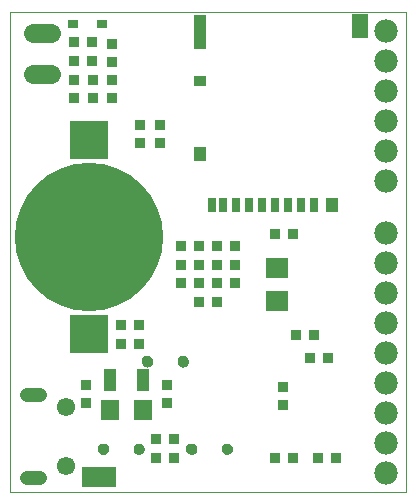
<source format=gbs>
G75*
%MOIN*%
%OFA0B0*%
%FSLAX25Y25*%
%IPPOS*%
%LPD*%
%AMOC8*
5,1,8,0,0,1.08239X$1,22.5*
%
%ADD10C,0.00000*%
%ADD11C,0.25400*%
%ADD12R,0.12998X0.12998*%
%ADD13C,0.49465*%
%ADD14R,0.03550X0.03550*%
%ADD15R,0.07487X0.06699*%
%ADD16R,0.03156X0.05124*%
%ADD17R,0.04337X0.05124*%
%ADD18R,0.04337X0.03550*%
%ADD19R,0.04337X0.11424*%
%ADD20R,0.05518X0.07880*%
%ADD21C,0.06109*%
%ADD22C,0.04762*%
%ADD23C,0.03746*%
%ADD24R,0.11500X0.06500*%
%ADD25R,0.03550X0.02762*%
%ADD26C,0.06337*%
%ADD27R,0.04337X0.07487*%
%ADD28R,0.05912X0.06699*%
%ADD29C,0.07800*%
D10*
X0038342Y0011500D02*
X0038342Y0171500D01*
X0170342Y0171500D01*
X0170342Y0011500D01*
X0038342Y0011500D01*
X0067763Y0025900D02*
X0067765Y0025981D01*
X0067771Y0026063D01*
X0067781Y0026144D01*
X0067795Y0026224D01*
X0067812Y0026303D01*
X0067834Y0026382D01*
X0067859Y0026459D01*
X0067888Y0026536D01*
X0067921Y0026610D01*
X0067958Y0026683D01*
X0067997Y0026754D01*
X0068041Y0026823D01*
X0068087Y0026890D01*
X0068137Y0026954D01*
X0068190Y0027016D01*
X0068246Y0027076D01*
X0068304Y0027132D01*
X0068366Y0027186D01*
X0068430Y0027237D01*
X0068496Y0027284D01*
X0068564Y0027328D01*
X0068635Y0027369D01*
X0068707Y0027406D01*
X0068782Y0027440D01*
X0068857Y0027470D01*
X0068935Y0027496D01*
X0069013Y0027519D01*
X0069092Y0027537D01*
X0069172Y0027552D01*
X0069253Y0027563D01*
X0069334Y0027570D01*
X0069416Y0027573D01*
X0069497Y0027572D01*
X0069578Y0027567D01*
X0069659Y0027558D01*
X0069740Y0027545D01*
X0069820Y0027528D01*
X0069898Y0027508D01*
X0069976Y0027483D01*
X0070053Y0027455D01*
X0070128Y0027423D01*
X0070201Y0027388D01*
X0070272Y0027349D01*
X0070342Y0027306D01*
X0070409Y0027261D01*
X0070475Y0027212D01*
X0070537Y0027160D01*
X0070597Y0027104D01*
X0070654Y0027046D01*
X0070709Y0026986D01*
X0070760Y0026922D01*
X0070808Y0026857D01*
X0070853Y0026789D01*
X0070895Y0026719D01*
X0070933Y0026647D01*
X0070968Y0026573D01*
X0070999Y0026498D01*
X0071026Y0026421D01*
X0071049Y0026343D01*
X0071069Y0026264D01*
X0071085Y0026184D01*
X0071097Y0026103D01*
X0071105Y0026022D01*
X0071109Y0025941D01*
X0071109Y0025859D01*
X0071105Y0025778D01*
X0071097Y0025697D01*
X0071085Y0025616D01*
X0071069Y0025536D01*
X0071049Y0025457D01*
X0071026Y0025379D01*
X0070999Y0025302D01*
X0070968Y0025227D01*
X0070933Y0025153D01*
X0070895Y0025081D01*
X0070853Y0025011D01*
X0070808Y0024943D01*
X0070760Y0024878D01*
X0070709Y0024814D01*
X0070654Y0024754D01*
X0070597Y0024696D01*
X0070537Y0024640D01*
X0070475Y0024588D01*
X0070409Y0024539D01*
X0070342Y0024494D01*
X0070273Y0024451D01*
X0070201Y0024412D01*
X0070128Y0024377D01*
X0070053Y0024345D01*
X0069976Y0024317D01*
X0069898Y0024292D01*
X0069820Y0024272D01*
X0069740Y0024255D01*
X0069659Y0024242D01*
X0069578Y0024233D01*
X0069497Y0024228D01*
X0069416Y0024227D01*
X0069334Y0024230D01*
X0069253Y0024237D01*
X0069172Y0024248D01*
X0069092Y0024263D01*
X0069013Y0024281D01*
X0068935Y0024304D01*
X0068857Y0024330D01*
X0068782Y0024360D01*
X0068707Y0024394D01*
X0068635Y0024431D01*
X0068564Y0024472D01*
X0068496Y0024516D01*
X0068430Y0024563D01*
X0068366Y0024614D01*
X0068304Y0024668D01*
X0068246Y0024724D01*
X0068190Y0024784D01*
X0068137Y0024846D01*
X0068087Y0024910D01*
X0068041Y0024977D01*
X0067997Y0025046D01*
X0067958Y0025117D01*
X0067921Y0025190D01*
X0067888Y0025264D01*
X0067859Y0025341D01*
X0067834Y0025418D01*
X0067812Y0025497D01*
X0067795Y0025576D01*
X0067781Y0025656D01*
X0067771Y0025737D01*
X0067765Y0025819D01*
X0067763Y0025900D01*
X0079574Y0025900D02*
X0079576Y0025981D01*
X0079582Y0026063D01*
X0079592Y0026144D01*
X0079606Y0026224D01*
X0079623Y0026303D01*
X0079645Y0026382D01*
X0079670Y0026459D01*
X0079699Y0026536D01*
X0079732Y0026610D01*
X0079769Y0026683D01*
X0079808Y0026754D01*
X0079852Y0026823D01*
X0079898Y0026890D01*
X0079948Y0026954D01*
X0080001Y0027016D01*
X0080057Y0027076D01*
X0080115Y0027132D01*
X0080177Y0027186D01*
X0080241Y0027237D01*
X0080307Y0027284D01*
X0080375Y0027328D01*
X0080446Y0027369D01*
X0080518Y0027406D01*
X0080593Y0027440D01*
X0080668Y0027470D01*
X0080746Y0027496D01*
X0080824Y0027519D01*
X0080903Y0027537D01*
X0080983Y0027552D01*
X0081064Y0027563D01*
X0081145Y0027570D01*
X0081227Y0027573D01*
X0081308Y0027572D01*
X0081389Y0027567D01*
X0081470Y0027558D01*
X0081551Y0027545D01*
X0081631Y0027528D01*
X0081709Y0027508D01*
X0081787Y0027483D01*
X0081864Y0027455D01*
X0081939Y0027423D01*
X0082012Y0027388D01*
X0082083Y0027349D01*
X0082153Y0027306D01*
X0082220Y0027261D01*
X0082286Y0027212D01*
X0082348Y0027160D01*
X0082408Y0027104D01*
X0082465Y0027046D01*
X0082520Y0026986D01*
X0082571Y0026922D01*
X0082619Y0026857D01*
X0082664Y0026789D01*
X0082706Y0026719D01*
X0082744Y0026647D01*
X0082779Y0026573D01*
X0082810Y0026498D01*
X0082837Y0026421D01*
X0082860Y0026343D01*
X0082880Y0026264D01*
X0082896Y0026184D01*
X0082908Y0026103D01*
X0082916Y0026022D01*
X0082920Y0025941D01*
X0082920Y0025859D01*
X0082916Y0025778D01*
X0082908Y0025697D01*
X0082896Y0025616D01*
X0082880Y0025536D01*
X0082860Y0025457D01*
X0082837Y0025379D01*
X0082810Y0025302D01*
X0082779Y0025227D01*
X0082744Y0025153D01*
X0082706Y0025081D01*
X0082664Y0025011D01*
X0082619Y0024943D01*
X0082571Y0024878D01*
X0082520Y0024814D01*
X0082465Y0024754D01*
X0082408Y0024696D01*
X0082348Y0024640D01*
X0082286Y0024588D01*
X0082220Y0024539D01*
X0082153Y0024494D01*
X0082084Y0024451D01*
X0082012Y0024412D01*
X0081939Y0024377D01*
X0081864Y0024345D01*
X0081787Y0024317D01*
X0081709Y0024292D01*
X0081631Y0024272D01*
X0081551Y0024255D01*
X0081470Y0024242D01*
X0081389Y0024233D01*
X0081308Y0024228D01*
X0081227Y0024227D01*
X0081145Y0024230D01*
X0081064Y0024237D01*
X0080983Y0024248D01*
X0080903Y0024263D01*
X0080824Y0024281D01*
X0080746Y0024304D01*
X0080668Y0024330D01*
X0080593Y0024360D01*
X0080518Y0024394D01*
X0080446Y0024431D01*
X0080375Y0024472D01*
X0080307Y0024516D01*
X0080241Y0024563D01*
X0080177Y0024614D01*
X0080115Y0024668D01*
X0080057Y0024724D01*
X0080001Y0024784D01*
X0079948Y0024846D01*
X0079898Y0024910D01*
X0079852Y0024977D01*
X0079808Y0025046D01*
X0079769Y0025117D01*
X0079732Y0025190D01*
X0079699Y0025264D01*
X0079670Y0025341D01*
X0079645Y0025418D01*
X0079623Y0025497D01*
X0079606Y0025576D01*
X0079592Y0025656D01*
X0079582Y0025737D01*
X0079576Y0025819D01*
X0079574Y0025900D01*
X0097163Y0025900D02*
X0097165Y0025981D01*
X0097171Y0026063D01*
X0097181Y0026144D01*
X0097195Y0026224D01*
X0097212Y0026303D01*
X0097234Y0026382D01*
X0097259Y0026459D01*
X0097288Y0026536D01*
X0097321Y0026610D01*
X0097358Y0026683D01*
X0097397Y0026754D01*
X0097441Y0026823D01*
X0097487Y0026890D01*
X0097537Y0026954D01*
X0097590Y0027016D01*
X0097646Y0027076D01*
X0097704Y0027132D01*
X0097766Y0027186D01*
X0097830Y0027237D01*
X0097896Y0027284D01*
X0097964Y0027328D01*
X0098035Y0027369D01*
X0098107Y0027406D01*
X0098182Y0027440D01*
X0098257Y0027470D01*
X0098335Y0027496D01*
X0098413Y0027519D01*
X0098492Y0027537D01*
X0098572Y0027552D01*
X0098653Y0027563D01*
X0098734Y0027570D01*
X0098816Y0027573D01*
X0098897Y0027572D01*
X0098978Y0027567D01*
X0099059Y0027558D01*
X0099140Y0027545D01*
X0099220Y0027528D01*
X0099298Y0027508D01*
X0099376Y0027483D01*
X0099453Y0027455D01*
X0099528Y0027423D01*
X0099601Y0027388D01*
X0099672Y0027349D01*
X0099742Y0027306D01*
X0099809Y0027261D01*
X0099875Y0027212D01*
X0099937Y0027160D01*
X0099997Y0027104D01*
X0100054Y0027046D01*
X0100109Y0026986D01*
X0100160Y0026922D01*
X0100208Y0026857D01*
X0100253Y0026789D01*
X0100295Y0026719D01*
X0100333Y0026647D01*
X0100368Y0026573D01*
X0100399Y0026498D01*
X0100426Y0026421D01*
X0100449Y0026343D01*
X0100469Y0026264D01*
X0100485Y0026184D01*
X0100497Y0026103D01*
X0100505Y0026022D01*
X0100509Y0025941D01*
X0100509Y0025859D01*
X0100505Y0025778D01*
X0100497Y0025697D01*
X0100485Y0025616D01*
X0100469Y0025536D01*
X0100449Y0025457D01*
X0100426Y0025379D01*
X0100399Y0025302D01*
X0100368Y0025227D01*
X0100333Y0025153D01*
X0100295Y0025081D01*
X0100253Y0025011D01*
X0100208Y0024943D01*
X0100160Y0024878D01*
X0100109Y0024814D01*
X0100054Y0024754D01*
X0099997Y0024696D01*
X0099937Y0024640D01*
X0099875Y0024588D01*
X0099809Y0024539D01*
X0099742Y0024494D01*
X0099673Y0024451D01*
X0099601Y0024412D01*
X0099528Y0024377D01*
X0099453Y0024345D01*
X0099376Y0024317D01*
X0099298Y0024292D01*
X0099220Y0024272D01*
X0099140Y0024255D01*
X0099059Y0024242D01*
X0098978Y0024233D01*
X0098897Y0024228D01*
X0098816Y0024227D01*
X0098734Y0024230D01*
X0098653Y0024237D01*
X0098572Y0024248D01*
X0098492Y0024263D01*
X0098413Y0024281D01*
X0098335Y0024304D01*
X0098257Y0024330D01*
X0098182Y0024360D01*
X0098107Y0024394D01*
X0098035Y0024431D01*
X0097964Y0024472D01*
X0097896Y0024516D01*
X0097830Y0024563D01*
X0097766Y0024614D01*
X0097704Y0024668D01*
X0097646Y0024724D01*
X0097590Y0024784D01*
X0097537Y0024846D01*
X0097487Y0024910D01*
X0097441Y0024977D01*
X0097397Y0025046D01*
X0097358Y0025117D01*
X0097321Y0025190D01*
X0097288Y0025264D01*
X0097259Y0025341D01*
X0097234Y0025418D01*
X0097212Y0025497D01*
X0097195Y0025576D01*
X0097181Y0025656D01*
X0097171Y0025737D01*
X0097165Y0025819D01*
X0097163Y0025900D01*
X0108974Y0025900D02*
X0108976Y0025981D01*
X0108982Y0026063D01*
X0108992Y0026144D01*
X0109006Y0026224D01*
X0109023Y0026303D01*
X0109045Y0026382D01*
X0109070Y0026459D01*
X0109099Y0026536D01*
X0109132Y0026610D01*
X0109169Y0026683D01*
X0109208Y0026754D01*
X0109252Y0026823D01*
X0109298Y0026890D01*
X0109348Y0026954D01*
X0109401Y0027016D01*
X0109457Y0027076D01*
X0109515Y0027132D01*
X0109577Y0027186D01*
X0109641Y0027237D01*
X0109707Y0027284D01*
X0109775Y0027328D01*
X0109846Y0027369D01*
X0109918Y0027406D01*
X0109993Y0027440D01*
X0110068Y0027470D01*
X0110146Y0027496D01*
X0110224Y0027519D01*
X0110303Y0027537D01*
X0110383Y0027552D01*
X0110464Y0027563D01*
X0110545Y0027570D01*
X0110627Y0027573D01*
X0110708Y0027572D01*
X0110789Y0027567D01*
X0110870Y0027558D01*
X0110951Y0027545D01*
X0111031Y0027528D01*
X0111109Y0027508D01*
X0111187Y0027483D01*
X0111264Y0027455D01*
X0111339Y0027423D01*
X0111412Y0027388D01*
X0111483Y0027349D01*
X0111553Y0027306D01*
X0111620Y0027261D01*
X0111686Y0027212D01*
X0111748Y0027160D01*
X0111808Y0027104D01*
X0111865Y0027046D01*
X0111920Y0026986D01*
X0111971Y0026922D01*
X0112019Y0026857D01*
X0112064Y0026789D01*
X0112106Y0026719D01*
X0112144Y0026647D01*
X0112179Y0026573D01*
X0112210Y0026498D01*
X0112237Y0026421D01*
X0112260Y0026343D01*
X0112280Y0026264D01*
X0112296Y0026184D01*
X0112308Y0026103D01*
X0112316Y0026022D01*
X0112320Y0025941D01*
X0112320Y0025859D01*
X0112316Y0025778D01*
X0112308Y0025697D01*
X0112296Y0025616D01*
X0112280Y0025536D01*
X0112260Y0025457D01*
X0112237Y0025379D01*
X0112210Y0025302D01*
X0112179Y0025227D01*
X0112144Y0025153D01*
X0112106Y0025081D01*
X0112064Y0025011D01*
X0112019Y0024943D01*
X0111971Y0024878D01*
X0111920Y0024814D01*
X0111865Y0024754D01*
X0111808Y0024696D01*
X0111748Y0024640D01*
X0111686Y0024588D01*
X0111620Y0024539D01*
X0111553Y0024494D01*
X0111484Y0024451D01*
X0111412Y0024412D01*
X0111339Y0024377D01*
X0111264Y0024345D01*
X0111187Y0024317D01*
X0111109Y0024292D01*
X0111031Y0024272D01*
X0110951Y0024255D01*
X0110870Y0024242D01*
X0110789Y0024233D01*
X0110708Y0024228D01*
X0110627Y0024227D01*
X0110545Y0024230D01*
X0110464Y0024237D01*
X0110383Y0024248D01*
X0110303Y0024263D01*
X0110224Y0024281D01*
X0110146Y0024304D01*
X0110068Y0024330D01*
X0109993Y0024360D01*
X0109918Y0024394D01*
X0109846Y0024431D01*
X0109775Y0024472D01*
X0109707Y0024516D01*
X0109641Y0024563D01*
X0109577Y0024614D01*
X0109515Y0024668D01*
X0109457Y0024724D01*
X0109401Y0024784D01*
X0109348Y0024846D01*
X0109298Y0024910D01*
X0109252Y0024977D01*
X0109208Y0025046D01*
X0109169Y0025117D01*
X0109132Y0025190D01*
X0109099Y0025264D01*
X0109070Y0025341D01*
X0109045Y0025418D01*
X0109023Y0025497D01*
X0109006Y0025576D01*
X0108992Y0025656D01*
X0108982Y0025737D01*
X0108976Y0025819D01*
X0108974Y0025900D01*
X0094274Y0055000D02*
X0094276Y0055081D01*
X0094282Y0055163D01*
X0094292Y0055244D01*
X0094306Y0055324D01*
X0094323Y0055403D01*
X0094345Y0055482D01*
X0094370Y0055559D01*
X0094399Y0055636D01*
X0094432Y0055710D01*
X0094469Y0055783D01*
X0094508Y0055854D01*
X0094552Y0055923D01*
X0094598Y0055990D01*
X0094648Y0056054D01*
X0094701Y0056116D01*
X0094757Y0056176D01*
X0094815Y0056232D01*
X0094877Y0056286D01*
X0094941Y0056337D01*
X0095007Y0056384D01*
X0095075Y0056428D01*
X0095146Y0056469D01*
X0095218Y0056506D01*
X0095293Y0056540D01*
X0095368Y0056570D01*
X0095446Y0056596D01*
X0095524Y0056619D01*
X0095603Y0056637D01*
X0095683Y0056652D01*
X0095764Y0056663D01*
X0095845Y0056670D01*
X0095927Y0056673D01*
X0096008Y0056672D01*
X0096089Y0056667D01*
X0096170Y0056658D01*
X0096251Y0056645D01*
X0096331Y0056628D01*
X0096409Y0056608D01*
X0096487Y0056583D01*
X0096564Y0056555D01*
X0096639Y0056523D01*
X0096712Y0056488D01*
X0096783Y0056449D01*
X0096853Y0056406D01*
X0096920Y0056361D01*
X0096986Y0056312D01*
X0097048Y0056260D01*
X0097108Y0056204D01*
X0097165Y0056146D01*
X0097220Y0056086D01*
X0097271Y0056022D01*
X0097319Y0055957D01*
X0097364Y0055889D01*
X0097406Y0055819D01*
X0097444Y0055747D01*
X0097479Y0055673D01*
X0097510Y0055598D01*
X0097537Y0055521D01*
X0097560Y0055443D01*
X0097580Y0055364D01*
X0097596Y0055284D01*
X0097608Y0055203D01*
X0097616Y0055122D01*
X0097620Y0055041D01*
X0097620Y0054959D01*
X0097616Y0054878D01*
X0097608Y0054797D01*
X0097596Y0054716D01*
X0097580Y0054636D01*
X0097560Y0054557D01*
X0097537Y0054479D01*
X0097510Y0054402D01*
X0097479Y0054327D01*
X0097444Y0054253D01*
X0097406Y0054181D01*
X0097364Y0054111D01*
X0097319Y0054043D01*
X0097271Y0053978D01*
X0097220Y0053914D01*
X0097165Y0053854D01*
X0097108Y0053796D01*
X0097048Y0053740D01*
X0096986Y0053688D01*
X0096920Y0053639D01*
X0096853Y0053594D01*
X0096784Y0053551D01*
X0096712Y0053512D01*
X0096639Y0053477D01*
X0096564Y0053445D01*
X0096487Y0053417D01*
X0096409Y0053392D01*
X0096331Y0053372D01*
X0096251Y0053355D01*
X0096170Y0053342D01*
X0096089Y0053333D01*
X0096008Y0053328D01*
X0095927Y0053327D01*
X0095845Y0053330D01*
X0095764Y0053337D01*
X0095683Y0053348D01*
X0095603Y0053363D01*
X0095524Y0053381D01*
X0095446Y0053404D01*
X0095368Y0053430D01*
X0095293Y0053460D01*
X0095218Y0053494D01*
X0095146Y0053531D01*
X0095075Y0053572D01*
X0095007Y0053616D01*
X0094941Y0053663D01*
X0094877Y0053714D01*
X0094815Y0053768D01*
X0094757Y0053824D01*
X0094701Y0053884D01*
X0094648Y0053946D01*
X0094598Y0054010D01*
X0094552Y0054077D01*
X0094508Y0054146D01*
X0094469Y0054217D01*
X0094432Y0054290D01*
X0094399Y0054364D01*
X0094370Y0054441D01*
X0094345Y0054518D01*
X0094323Y0054597D01*
X0094306Y0054676D01*
X0094292Y0054756D01*
X0094282Y0054837D01*
X0094276Y0054919D01*
X0094274Y0055000D01*
X0082463Y0055000D02*
X0082465Y0055081D01*
X0082471Y0055163D01*
X0082481Y0055244D01*
X0082495Y0055324D01*
X0082512Y0055403D01*
X0082534Y0055482D01*
X0082559Y0055559D01*
X0082588Y0055636D01*
X0082621Y0055710D01*
X0082658Y0055783D01*
X0082697Y0055854D01*
X0082741Y0055923D01*
X0082787Y0055990D01*
X0082837Y0056054D01*
X0082890Y0056116D01*
X0082946Y0056176D01*
X0083004Y0056232D01*
X0083066Y0056286D01*
X0083130Y0056337D01*
X0083196Y0056384D01*
X0083264Y0056428D01*
X0083335Y0056469D01*
X0083407Y0056506D01*
X0083482Y0056540D01*
X0083557Y0056570D01*
X0083635Y0056596D01*
X0083713Y0056619D01*
X0083792Y0056637D01*
X0083872Y0056652D01*
X0083953Y0056663D01*
X0084034Y0056670D01*
X0084116Y0056673D01*
X0084197Y0056672D01*
X0084278Y0056667D01*
X0084359Y0056658D01*
X0084440Y0056645D01*
X0084520Y0056628D01*
X0084598Y0056608D01*
X0084676Y0056583D01*
X0084753Y0056555D01*
X0084828Y0056523D01*
X0084901Y0056488D01*
X0084972Y0056449D01*
X0085042Y0056406D01*
X0085109Y0056361D01*
X0085175Y0056312D01*
X0085237Y0056260D01*
X0085297Y0056204D01*
X0085354Y0056146D01*
X0085409Y0056086D01*
X0085460Y0056022D01*
X0085508Y0055957D01*
X0085553Y0055889D01*
X0085595Y0055819D01*
X0085633Y0055747D01*
X0085668Y0055673D01*
X0085699Y0055598D01*
X0085726Y0055521D01*
X0085749Y0055443D01*
X0085769Y0055364D01*
X0085785Y0055284D01*
X0085797Y0055203D01*
X0085805Y0055122D01*
X0085809Y0055041D01*
X0085809Y0054959D01*
X0085805Y0054878D01*
X0085797Y0054797D01*
X0085785Y0054716D01*
X0085769Y0054636D01*
X0085749Y0054557D01*
X0085726Y0054479D01*
X0085699Y0054402D01*
X0085668Y0054327D01*
X0085633Y0054253D01*
X0085595Y0054181D01*
X0085553Y0054111D01*
X0085508Y0054043D01*
X0085460Y0053978D01*
X0085409Y0053914D01*
X0085354Y0053854D01*
X0085297Y0053796D01*
X0085237Y0053740D01*
X0085175Y0053688D01*
X0085109Y0053639D01*
X0085042Y0053594D01*
X0084973Y0053551D01*
X0084901Y0053512D01*
X0084828Y0053477D01*
X0084753Y0053445D01*
X0084676Y0053417D01*
X0084598Y0053392D01*
X0084520Y0053372D01*
X0084440Y0053355D01*
X0084359Y0053342D01*
X0084278Y0053333D01*
X0084197Y0053328D01*
X0084116Y0053327D01*
X0084034Y0053330D01*
X0083953Y0053337D01*
X0083872Y0053348D01*
X0083792Y0053363D01*
X0083713Y0053381D01*
X0083635Y0053404D01*
X0083557Y0053430D01*
X0083482Y0053460D01*
X0083407Y0053494D01*
X0083335Y0053531D01*
X0083264Y0053572D01*
X0083196Y0053616D01*
X0083130Y0053663D01*
X0083066Y0053714D01*
X0083004Y0053768D01*
X0082946Y0053824D01*
X0082890Y0053884D01*
X0082837Y0053946D01*
X0082787Y0054010D01*
X0082741Y0054077D01*
X0082697Y0054146D01*
X0082658Y0054217D01*
X0082621Y0054290D01*
X0082588Y0054364D01*
X0082559Y0054441D01*
X0082534Y0054518D01*
X0082512Y0054597D01*
X0082495Y0054676D01*
X0082481Y0054756D01*
X0082471Y0054837D01*
X0082465Y0054919D01*
X0082463Y0055000D01*
D11*
X0064742Y0096500D03*
D12*
X0064742Y0128883D03*
X0064742Y0064117D03*
D13*
X0064742Y0096500D03*
D14*
X0075242Y0067000D03*
X0075242Y0060800D03*
X0081242Y0060800D03*
X0081242Y0067000D03*
X0095242Y0081000D03*
X0095242Y0087200D03*
X0095242Y0093400D03*
X0101242Y0093400D03*
X0107442Y0093400D03*
X0107442Y0087200D03*
X0107442Y0081000D03*
X0101242Y0081000D03*
X0101242Y0087200D03*
X0101342Y0074800D03*
X0107342Y0074800D03*
X0113442Y0081000D03*
X0113442Y0087200D03*
X0113442Y0093400D03*
X0126642Y0097500D03*
X0132642Y0097500D03*
X0133842Y0063900D03*
X0139842Y0063900D03*
X0138342Y0056200D03*
X0144342Y0056200D03*
X0129442Y0046500D03*
X0129442Y0040500D03*
X0126742Y0022900D03*
X0132742Y0022900D03*
X0140942Y0022900D03*
X0146942Y0022900D03*
X0093042Y0022700D03*
X0087042Y0022700D03*
X0087042Y0029100D03*
X0093042Y0029100D03*
X0090742Y0041100D03*
X0090742Y0047100D03*
X0063542Y0047100D03*
X0063542Y0041100D03*
X0081642Y0127700D03*
X0081642Y0133700D03*
X0088342Y0133700D03*
X0088342Y0127700D03*
X0072342Y0142900D03*
X0072342Y0148900D03*
X0072342Y0154700D03*
X0072342Y0160700D03*
X0065642Y0161500D03*
X0059642Y0161500D03*
X0059642Y0155200D03*
X0065642Y0155200D03*
X0066042Y0148900D03*
X0066042Y0142900D03*
X0059742Y0142900D03*
X0059742Y0148900D03*
D15*
X0127342Y0086112D03*
X0127342Y0075088D03*
D16*
X0126648Y0107300D03*
X0122317Y0107300D03*
X0117987Y0107300D03*
X0113656Y0107300D03*
X0109325Y0107300D03*
X0105585Y0107300D03*
X0130979Y0107300D03*
X0135310Y0107300D03*
X0139640Y0107300D03*
D17*
X0145743Y0107300D03*
X0101845Y0124229D03*
D18*
X0101845Y0148639D03*
D19*
X0101845Y0164977D03*
D20*
X0154995Y0166749D03*
D21*
X0056972Y0039943D03*
X0056972Y0020257D03*
D22*
X0048523Y0016320D02*
X0044161Y0016320D01*
X0044161Y0043880D02*
X0048523Y0043880D01*
D23*
X0069436Y0025900D03*
X0081247Y0025900D03*
X0098836Y0025900D03*
X0110647Y0025900D03*
X0095947Y0055000D03*
X0084136Y0055000D03*
D24*
X0067942Y0016500D03*
D25*
X0069063Y0167400D03*
X0059221Y0167400D03*
D26*
X0051910Y0164590D02*
X0045973Y0164590D01*
X0045973Y0150810D02*
X0051910Y0150810D01*
D27*
X0071630Y0048700D03*
X0082654Y0048700D03*
D28*
X0082654Y0038700D03*
X0071630Y0038700D03*
D29*
X0163642Y0037900D03*
X0163642Y0047900D03*
X0163642Y0057900D03*
X0163642Y0067900D03*
X0163642Y0077900D03*
X0163642Y0087900D03*
X0163642Y0097900D03*
X0163642Y0115100D03*
X0163642Y0125100D03*
X0163642Y0135100D03*
X0163642Y0145100D03*
X0163642Y0155100D03*
X0163642Y0165100D03*
X0163642Y0027900D03*
X0163642Y0017900D03*
M02*

</source>
